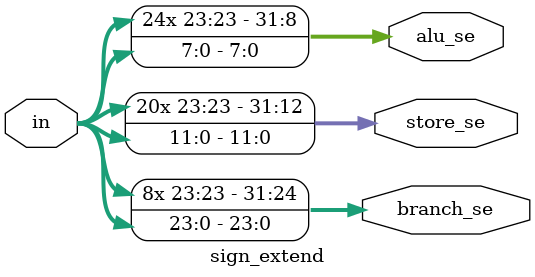
<source format=v>
`timescale 1ns / 1ps
module sign_extend(
		input [23:0] in,  //immediate field 
		output [31:0] branch_se, //branch sign extended field
		output [31:0] store_se,  // load/store sign extended field
		output [31:0] alu_se     // alu sign extended field
				   );
  
  assign branch_se = {{8{in[23]}},in}; //{2'h00,in};
  assign store_se = {{20{in[23]}},in[11:0]}; //{5'h00000,in[11:0]};
  assign alu_se = {{24{in[23]}},in[7:0]}; //{6'h0000000,in[7:0]};

endmodule

</source>
